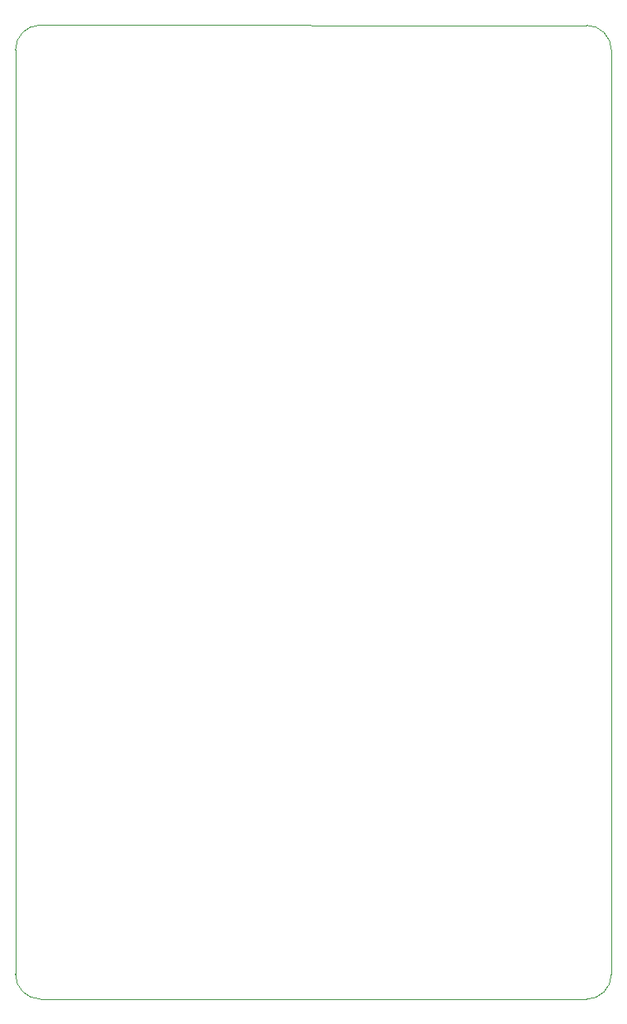
<source format=gm1>
G04 #@! TF.GenerationSoftware,KiCad,Pcbnew,7.0.1*
G04 #@! TF.CreationDate,2024-04-18T01:50:12+02:00*
G04 #@! TF.ProjectId,NerdAxe_ultra,4e657264-4178-4655-9f75-6c7472612e6b,rev?*
G04 #@! TF.SameCoordinates,Original*
G04 #@! TF.FileFunction,Profile,NP*
%FSLAX46Y46*%
G04 Gerber Fmt 4.6, Leading zero omitted, Abs format (unit mm)*
G04 Created by KiCad (PCBNEW 7.0.1) date 2024-04-18 01:50:12*
%MOMM*%
%LPD*%
G01*
G04 APERTURE LIST*
G04 #@! TA.AperFunction,Profile*
%ADD10C,0.100000*%
G04 #@! TD*
G04 APERTURE END LIST*
D10*
X77500000Y-47500000D02*
X133500000Y-47522000D01*
X133500000Y-147284000D02*
G75*
G03*
X136040000Y-144744000I0J2540000D01*
G01*
X136040000Y-50062000D02*
G75*
G03*
X133500000Y-47522000I-2540000J0D01*
G01*
X77500000Y-47500000D02*
G75*
G03*
X74960000Y-50040000I0J-2540000D01*
G01*
X133500000Y-147284000D02*
X77500000Y-147262000D01*
X136040000Y-50062000D02*
X136040000Y-144744000D01*
X74960000Y-144722000D02*
G75*
G03*
X77500000Y-147262000I2540000J0D01*
G01*
X74960000Y-144722000D02*
X74960000Y-50040000D01*
M02*

</source>
